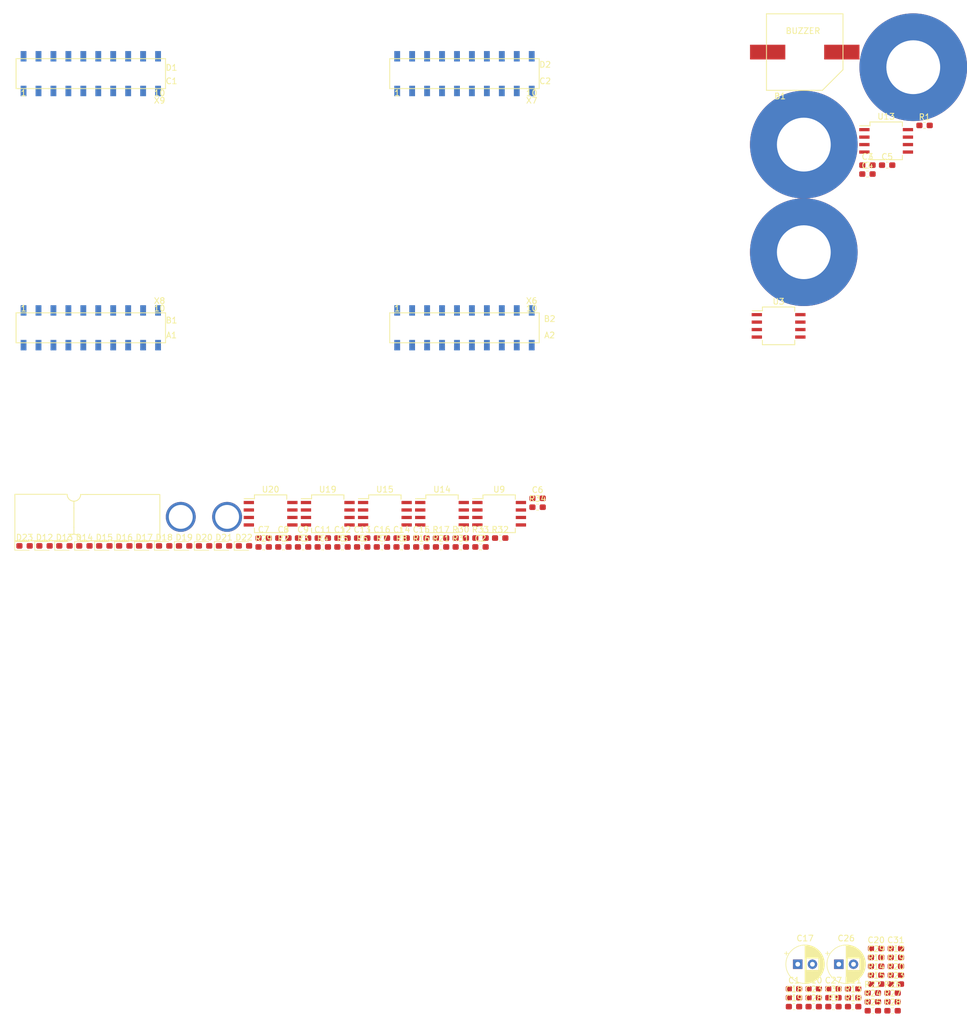
<source format=kicad_pcb>
(kicad_pcb (version 20171130) (host pcbnew "(5.0.0)")
  (layers (0 F.Cu signal) (31 B.Cu signal) (34 B.Paste user) (35 F.Paste user) (36 B.SilkS user) (37 F.SilkS user) (38 B.Mask user) (39 F.Mask user) (44 Edge.Cuts user))
  (net 0 "")
  (net 1 5V)
  (net 2 "Net-(B1-Pad2)")
  (net 3 GND)
  (net 4 V_IN)
  (net 5 CELL_2)
  (net 6 CELL_3)
  (net 7 CELL_4)
  (net 8 CELL_5)
  (net 9 CELL_6)
  (net 10 CELL_7)
  (net 11 CELL_8)
  (net 12 3V3)
  (net 13 CELL_1-GND)
  (net 14 V_CHECK_ARRAY)
  (net 15 CELL_2-1)
  (net 16 CELL_3-2)
  (net 17 CELL_4-3)
  (net 18 CELL_5-4)
  (net 19 CELL_6-5)
  (net 20 CELL_7-6)
  (net 21 CELL_8-7)
  (net 22 "Net-(D21-Pad2)")
  (net 23 V_CHECK_OUT)
  (net 24 "Net-(D11-Pad1)")
  (net 25 CELL_1)
  (net 26 "Net-(R3-Pad2)")
  (net 27 "Net-(R4-Pad2)")
  (net 28 "Net-(R5-Pad2)")
  (net 29 "Net-(R6-Pad2)")
  (net 30 "Net-(R7-Pad2)")
  (net 31 "Net-(R8-Pad2)")
  (net 32 "Net-(R16-Pad2)")
  (net 33 TEMP_1)
  (net 34 "Net-(R29-Pad1)")
  (net 35 "Net-(U3-Pad8)")
  (net 36 "Net-(U9-Pad8)")
  (net 37 "Net-(U13-Pad8)")
  (net 38 "Net-(U14-Pad8)")
  (net 39 "Net-(U15-Pad8)")
  (net 40 "Net-(U19-Pad8)")
  (net 41 "Net-(U20-Pad8)")
  (net 42 "Net-(U21-Pad+3V3)")
  (net 43 "Net-(U21-PadPM6)")
  (net 44 "Net-(U21-PadPQ1)")
  (net 45 "Net-(U21-PadPQ2)")
  (net 46 "Net-(U21-PadPQ3)")
  (net 47 "Net-(U21-PadPP3)")
  (net 48 "Net-(U21-PadPQ0)")
  (net 49 "Net-(U21-PadPA4)")
  (net 50 "Net-(U21-PadRese)")
  (net 51 "Net-(U21-PadPA7)")
  (net 52 "Net-(U21-PadPN5)")
  (net 53 SER_TX_IND)
  (net 54 "Net-(U21-PadPD2)")
  (net 55 "Net-(U21-PadPP0)")
  (net 56 "Net-(U21-PadPP1)")
  (net 57 "Net-(U21-PadPP4)")
  (net 58 "Net-(U21-PadPN4)")
  (net 59 "Net-(U21-PadPG1)")
  (net 60 "Net-(U21-PadPK4)")
  (net 61 "Net-(U21-PadPK5)")
  (net 62 "Net-(U21-PadPM0)")
  (net 63 "Net-(U21-PadPM1)")
  (net 64 "Net-(U21-PadPM2)")
  (net 65 "Net-(U21-PadPH0)")
  (net 66 "Net-(U21-PadPH1)")
  (net 67 "Net-(U21-PadPK6)")
  (net 68 "Net-(U21-PadPK7)")
  (net 69 "Net-(U21-PadPM7)")
  (net 70 "Net-(U21-PadPP5)")
  (net 71 "Net-(U21-PadPE0)")
  (net 72 "Net-(U21-PadPE1)")
  (net 73 "Net-(U21-PadPE2)")
  (net 74 "Net-(U21-PadPE3)")
  (net 75 "Net-(U21-PadPD7)")
  (net 76 "Net-(U21-PadPA6)")
  (net 77 "Net-(U21-PadPM4)")
  (net 78 "Net-(U21-PadPM5)")
  (net 79 "Net-(U21-PadPE4)")
  (net 80 "Net-(U21-PadPC4)")
  (net 81 "Net-(U21-PadPC5)")
  (net 82 "Net-(U21-PadPC6)")
  (net 83 "Net-(U21-PadPE5)")
  (net 84 "Net-(U21-PadPD3)")
  (net 85 "Net-(U21-PadPC7)")
  (net 86 "Net-(U21-PadPB2)")
  (net 87 "Net-(U21-PadPB3)")
  (net 88 "Net-(U21-PadPF2)")
  (net 89 "Net-(U21-PadPF3)")
  (net 90 "Net-(U21-PadPG0)")
  (net 91 LOGIC_SWITCH)
  (net 92 FAN_CTL_4)
  (net 93 "Net-(U21-PadPL0)")
  (net 94 "Net-(U21-PadPL1)")
  (net 95 "Net-(U21-PadPL2)")
  (net 96 "Net-(U21-PadPL3)")
  (net 97 FAN_CTL_1)
  (net 98 FAN_CTL_2)
  (net 99 PACK_GATE)
  (net 100 FAN_CTL_3)
  (net 101 BUZZER)
  (net 102 PACK_I_MEAS)
  (net 103 V_OUT)
  (net 104 LOGIC_PWR)
  (net 105 "Net-(R13-Pad1)")
  (net 106 "Net-(D9-Pad1)")
  (net 107 "Net-(D10-Pad1)")
  (net 108 "Net-(Q9-Pad3)")
  (module MRDT_Devices:BUZZER_SMI_1324_TW_5V_2_R (layer F.Cu) (at 209.852 69.948001)
    (fp_text reference B1 (at 2.3 7.5) (layer F.SilkS))
    (fp_text value BUZZER_SMI_1324_TW_5V_2_R)
    (fp_text user BUZZER (at 6.2 -3.6) (layer F.SilkS))
    (pad 1 smd rect (at 0.2 0) (size 6 2.5) (layers F.Cu F.Paste F.Mask) (net 1 5V))
    (pad 2 smd rect (at 12.8 0) (size 6 2.5) (layers F.Cu F.Paste F.Mask) (net 2 "Net-(B1-Pad2)"))
  )
  (module Capacitor_SMD:C_0603_1608Metric_Pad1.05x0.95mm_HandSolder (layer F.Cu) (at 161.247001 154.018001)
    (fp_text reference C2 (at 0 -1.43) (layer F.SilkS))
    (fp_text value 1u)
    (pad 2 smd roundrect (at 0.875 0) (size 1.05 0.95) (layers F.Cu F.Paste F.Mask) (net 3 GND))
    (pad 1 smd roundrect (at -0.875 0) (size 1.05 0.95) (layers F.Cu F.Paste F.Mask) (net 4 V_IN))
  )
  (module Capacitor_SMD:C_0603_1608Metric_Pad1.05x0.95mm_HandSolder (layer F.Cu) (at 227.007001 89.158001)
    (fp_text reference C3 (at 0 -1.43) (layer F.SilkS))
    (fp_text value 1u)
    (pad 1 smd roundrect (at -0.875 0) (size 1.05 0.95) (layers F.Cu F.Paste F.Mask) (net 4 V_IN))
    (pad 2 smd roundrect (at 0.875 0) (size 1.05 0.95) (layers F.Cu F.Paste F.Mask) (net 3 GND))
  )
  (module Capacitor_SMD:C_0603_1608Metric_Pad1.05x0.95mm_HandSolder (layer F.Cu) (at 227.007001 90.668001)
    (fp_text reference C4 (at 0 -1.43) (layer F.SilkS))
    (fp_text value 1u)
    (pad 2 smd roundrect (at 0.875 0) (size 1.05 0.95) (layers F.Cu F.Paste F.Mask) (net 3 GND))
    (pad 1 smd roundrect (at -0.875 0) (size 1.05 0.95) (layers F.Cu F.Paste F.Mask) (net 4 V_IN))
  )
  (module Capacitor_SMD:C_0603_1608Metric_Pad1.05x0.95mm_HandSolder (layer F.Cu) (at 230.357001 89.158001)
    (fp_text reference C5 (at 0 -1.43) (layer F.SilkS))
    (fp_text value 1u)
    (pad 1 smd roundrect (at -0.875 0) (size 1.05 0.95) (layers F.Cu F.Paste F.Mask) (net 4 V_IN))
    (pad 2 smd roundrect (at 0.875 0) (size 1.05 0.95) (layers F.Cu F.Paste F.Mask) (net 3 GND))
  )
  (module Capacitor_SMD:C_0603_1608Metric_Pad1.05x0.95mm_HandSolder (layer F.Cu) (at 170.947001 145.758001)
    (fp_text reference C6 (at 0 -1.43) (layer F.SilkS))
    (fp_text value 1u)
    (pad 1 smd roundrect (at -0.875 0) (size 1.05 0.95) (layers F.Cu F.Paste F.Mask) (net 4 V_IN))
    (pad 2 smd roundrect (at 0.875 0) (size 1.05 0.95) (layers F.Cu F.Paste F.Mask) (net 3 GND))
  )
  (module Capacitor_SMD:C_0603_1608Metric_Pad1.05x0.95mm_HandSolder (layer F.Cu) (at 124.397001 152.508001)
    (fp_text reference C7 (at 0 -1.43) (layer F.SilkS))
    (fp_text value 1u)
    (pad 2 smd roundrect (at 0.875 0) (size 1.05 0.95) (layers F.Cu F.Paste F.Mask) (net 3 GND))
    (pad 1 smd roundrect (at -0.875 0) (size 1.05 0.95) (layers F.Cu F.Paste F.Mask) (net 4 V_IN))
  )
  (module Capacitor_SMD:C_0603_1608Metric_Pad1.05x0.95mm_HandSolder (layer F.Cu) (at 127.747001 152.508001)
    (fp_text reference C8 (at 0 -1.43) (layer F.SilkS))
    (fp_text value 1u)
    (pad 1 smd roundrect (at -0.875 0) (size 1.05 0.95) (layers F.Cu F.Paste F.Mask) (net 4 V_IN))
    (pad 2 smd roundrect (at 0.875 0) (size 1.05 0.95) (layers F.Cu F.Paste F.Mask) (net 3 GND))
  )
  (module Capacitor_SMD:C_0603_1608Metric_Pad1.05x0.95mm_HandSolder (layer F.Cu) (at 131.097001 152.508001)
    (fp_text reference C9 (at 0 -1.43) (layer F.SilkS))
    (fp_text value 1u)
    (pad 2 smd roundrect (at 0.875 0) (size 1.05 0.95) (layers F.Cu F.Paste F.Mask) (net 3 GND))
    (pad 1 smd roundrect (at -0.875 0) (size 1.05 0.95) (layers F.Cu F.Paste F.Mask) (net 5 CELL_2))
  )
  (module Capacitor_SMD:C_0603_1608Metric_Pad1.05x0.95mm_HandSolder (layer F.Cu) (at 134.447001 152.508001)
    (fp_text reference C11 (at 0 -1.43) (layer F.SilkS))
    (fp_text value 1u)
    (pad 1 smd roundrect (at -0.875 0) (size 1.05 0.95) (layers F.Cu F.Paste F.Mask) (net 6 CELL_3))
    (pad 2 smd roundrect (at 0.875 0) (size 1.05 0.95) (layers F.Cu F.Paste F.Mask) (net 3 GND))
  )
  (module Capacitor_SMD:C_0603_1608Metric_Pad1.05x0.95mm_HandSolder (layer F.Cu) (at 137.797001 152.508001)
    (fp_text reference C12 (at 0 -1.43) (layer F.SilkS))
    (fp_text value 1u)
    (pad 2 smd roundrect (at 0.875 0) (size 1.05 0.95) (layers F.Cu F.Paste F.Mask) (net 3 GND))
    (pad 1 smd roundrect (at -0.875 0) (size 1.05 0.95) (layers F.Cu F.Paste F.Mask) (net 7 CELL_4))
  )
  (module Capacitor_SMD:C_0603_1608Metric_Pad1.05x0.95mm_HandSolder (layer F.Cu) (at 141.147001 152.508001)
    (fp_text reference C13 (at 0 -1.43) (layer F.SilkS))
    (fp_text value 1u)
    (pad 1 smd roundrect (at -0.875 0) (size 1.05 0.95) (layers F.Cu F.Paste F.Mask) (net 8 CELL_5))
    (pad 2 smd roundrect (at 0.875 0) (size 1.05 0.95) (layers F.Cu F.Paste F.Mask) (net 3 GND))
  )
  (module Capacitor_SMD:C_0603_1608Metric_Pad1.05x0.95mm_HandSolder (layer F.Cu) (at 147.847001 152.508001)
    (fp_text reference C14 (at 0 -1.43) (layer F.SilkS))
    (fp_text value 1u)
    (pad 2 smd roundrect (at 0.875 0) (size 1.05 0.95) (layers F.Cu F.Paste F.Mask) (net 3 GND))
    (pad 1 smd roundrect (at -0.875 0) (size 1.05 0.95) (layers F.Cu F.Paste F.Mask) (net 9 CELL_6))
  )
  (module Capacitor_SMD:C_0603_1608Metric_Pad1.05x0.95mm_HandSolder (layer F.Cu) (at 151.197001 152.508001)
    (fp_text reference C15 (at 0 -1.43) (layer F.SilkS))
    (fp_text value 1u)
    (pad 1 smd roundrect (at -0.875 0) (size 1.05 0.95) (layers F.Cu F.Paste F.Mask) (net 10 CELL_7))
    (pad 2 smd roundrect (at 0.875 0) (size 1.05 0.95) (layers F.Cu F.Paste F.Mask) (net 3 GND))
  )
  (module Capacitor_SMD:C_0603_1608Metric_Pad1.05x0.95mm_HandSolder (layer F.Cu) (at 144.497001 152.508001)
    (fp_text reference C16 (at 0 -1.43) (layer F.SilkS))
    (fp_text value 1u)
    (pad 2 smd roundrect (at 0.875 0) (size 1.05 0.95) (layers F.Cu F.Paste F.Mask) (net 3 GND))
    (pad 1 smd roundrect (at -0.875 0) (size 1.05 0.95) (layers F.Cu F.Paste F.Mask) (net 11 CELL_8))
  )
  (module MRDT_Connectors:Anderson_2_Vertical (layer F.Cu) (at 110.311001 148.913401)
    (fp_text reference C32 hide)
    (fp_text value Anderson_2)
    (pad 1 thru_hole circle (at 0 0) (size 5.08 5.08) (drill 4.06) (layers *.Cu *.Mask F.Paste) (net 3 GND))
    (pad 2 thru_hole circle (at 7.874 0) (size 5.08 5.08) (drill 4.06) (layers *.Cu *.Mask F.Paste) (net 4 V_IN))
  )
  (module Diode_SMD:D_0603_1608Metric_Pad1.05x0.95mm_HandSolder (layer F.Cu) (at 87.152001 153.838001)
    (fp_text reference D12 (at 0 -1.43) (layer F.SilkS))
    (fp_text value D_Schottky)
    (pad 1 smd roundrect (at -0.875 0) (size 1.05 0.95) (layers F.Cu F.Paste F.Mask) (net 12 3V3))
    (pad 2 smd roundrect (at 0.875 0) (size 1.05 0.95) (layers F.Cu F.Paste F.Mask) (net 13 CELL_1-GND))
  )
  (module Diode_SMD:D_0603_1608Metric_Pad1.05x0.95mm_HandSolder (layer F.Cu) (at 90.542001 153.838001)
    (fp_text reference D13 (at 0 -1.43) (layer F.SilkS))
    (fp_text value D_Schottky)
    (pad 2 smd roundrect (at 0.875 0) (size 1.05 0.95) (layers F.Cu F.Paste F.Mask) (net 14 V_CHECK_ARRAY))
    (pad 1 smd roundrect (at -0.875 0) (size 1.05 0.95) (layers F.Cu F.Paste F.Mask) (net 12 3V3))
  )
  (module Diode_SMD:D_0603_1608Metric_Pad1.05x0.95mm_HandSolder (layer F.Cu) (at 93.932001 153.838001)
    (fp_text reference D14 (at 0 -1.43) (layer F.SilkS))
    (fp_text value D_Schottky)
    (pad 2 smd roundrect (at 0.875 0) (size 1.05 0.95) (layers F.Cu F.Paste F.Mask) (net 15 CELL_2-1))
    (pad 1 smd roundrect (at -0.875 0) (size 1.05 0.95) (layers F.Cu F.Paste F.Mask) (net 12 3V3))
  )
  (module Diode_SMD:D_0603_1608Metric_Pad1.05x0.95mm_HandSolder (layer F.Cu) (at 97.322001 153.838001)
    (fp_text reference D15 (at 0 -1.43) (layer F.SilkS))
    (fp_text value D_Schottky)
    (pad 1 smd roundrect (at -0.875 0) (size 1.05 0.95) (layers F.Cu F.Paste F.Mask) (net 12 3V3))
    (pad 2 smd roundrect (at 0.875 0) (size 1.05 0.95) (layers F.Cu F.Paste F.Mask) (net 16 CELL_3-2))
  )
  (module Diode_SMD:D_0603_1608Metric_Pad1.05x0.95mm_HandSolder (layer F.Cu) (at 100.712001 153.838001)
    (fp_text reference D16 (at 0 -1.43) (layer F.SilkS))
    (fp_text value D_Schottky)
    (pad 2 smd roundrect (at 0.875 0) (size 1.05 0.95) (layers F.Cu F.Paste F.Mask) (net 17 CELL_4-3))
    (pad 1 smd roundrect (at -0.875 0) (size 1.05 0.95) (layers F.Cu F.Paste F.Mask) (net 12 3V3))
  )
  (module Diode_SMD:D_0603_1608Metric_Pad1.05x0.95mm_HandSolder (layer F.Cu) (at 104.102001 153.838001)
    (fp_text reference D17 (at 0 -1.43) (layer F.SilkS))
    (fp_text value D_Schottky)
    (pad 1 smd roundrect (at -0.875 0) (size 1.05 0.95) (layers F.Cu F.Paste F.Mask) (net 12 3V3))
    (pad 2 smd roundrect (at 0.875 0) (size 1.05 0.95) (layers F.Cu F.Paste F.Mask) (net 18 CELL_5-4))
  )
  (module Diode_SMD:D_0603_1608Metric_Pad1.05x0.95mm_HandSolder (layer F.Cu) (at 107.492001 153.838001)
    (fp_text reference D18 (at 0 -1.43) (layer F.SilkS))
    (fp_text value D_Schottky)
    (pad 2 smd roundrect (at 0.875 0) (size 1.05 0.95) (layers F.Cu F.Paste F.Mask) (net 19 CELL_6-5))
    (pad 1 smd roundrect (at -0.875 0) (size 1.05 0.95) (layers F.Cu F.Paste F.Mask) (net 12 3V3))
  )
  (module Diode_SMD:D_0603_1608Metric_Pad1.05x0.95mm_HandSolder (layer F.Cu) (at 110.882001 153.838001)
    (fp_text reference D19 (at 0 -1.43) (layer F.SilkS))
    (fp_text value D_Schottky)
    (pad 1 smd roundrect (at -0.875 0) (size 1.05 0.95) (layers F.Cu F.Paste F.Mask) (net 12 3V3))
    (pad 2 smd roundrect (at 0.875 0) (size 1.05 0.95) (layers F.Cu F.Paste F.Mask) (net 20 CELL_7-6))
  )
  (module Diode_SMD:D_0603_1608Metric_Pad1.05x0.95mm_HandSolder (layer F.Cu) (at 114.272001 153.838001)
    (fp_text reference D20 (at 0 -1.43) (layer F.SilkS))
    (fp_text value D_Schottky)
    (pad 2 smd roundrect (at 0.875 0) (size 1.05 0.95) (layers F.Cu F.Paste F.Mask) (net 21 CELL_8-7))
    (pad 1 smd roundrect (at -0.875 0) (size 1.05 0.95) (layers F.Cu F.Paste F.Mask) (net 12 3V3))
  )
  (module Diode_SMD:D_0603_1608Metric_Pad1.05x0.95mm_HandSolder (layer F.Cu) (at 117.662001 153.838001)
    (fp_text reference D21 (at 0 -1.43) (layer F.SilkS))
    (fp_text value D_Schottky)
    (pad 2 smd roundrect (at 0.875 0) (size 1.05 0.95) (layers F.Cu F.Paste F.Mask) (net 22 "Net-(D21-Pad2)"))
    (pad 1 smd roundrect (at -0.875 0) (size 1.05 0.95) (layers F.Cu F.Paste F.Mask) (net 12 3V3))
  )
  (module Diode_SMD:D_0603_1608Metric_Pad1.05x0.95mm_HandSolder (layer F.Cu) (at 121.052001 153.838001)
    (fp_text reference D22 (at 0 -1.43) (layer F.SilkS))
    (fp_text value D_Schottky)
    (pad 1 smd roundrect (at -0.875 0) (size 1.05 0.95) (layers F.Cu F.Paste F.Mask) (net 12 3V3))
    (pad 2 smd roundrect (at 0.875 0) (size 1.05 0.95) (layers F.Cu F.Paste F.Mask) (net 23 V_CHECK_OUT))
  )
  (module Diode_SMD:D_0603_1608Metric_Pad1.05x0.95mm_HandSolder (layer F.Cu) (at 83.762001 153.838001)
    (fp_text reference D23 (at 0 -1.43) (layer F.SilkS))
    (fp_text value D_Schottky)
    (pad 1 smd roundrect (at -0.875 0) (size 1.05 0.95) (layers F.Cu F.Paste F.Mask) (net 12 3V3))
    (pad 2 smd roundrect (at 0.875 0) (size 1.05 0.95) (layers F.Cu F.Paste F.Mask) (net 24 "Net-(D11-Pad1)"))
  )
  (module Resistor_SMD:R_0603_1608Metric_Pad1.05x0.95mm_HandSolder (layer F.Cu) (at 236.717001 82.408001)
    (fp_text reference R1 (at 0 -1.43) (layer F.SilkS))
    (fp_text value 10k)
    (pad 1 smd roundrect (at -0.875 0) (size 1.05 0.95) (layers F.Cu F.Paste F.Mask) (net 13 CELL_1-GND))
    (pad 2 smd roundrect (at 0.875 0) (size 1.05 0.95) (layers F.Cu F.Paste F.Mask) (net 25 CELL_1))
  )
  (module Resistor_SMD:R_0603_1608Metric_Pad1.05x0.95mm_HandSolder (layer F.Cu) (at 127.747001 154.018001)
    (fp_text reference R2 (at 0 -1.43) (layer F.SilkS))
    (fp_text value 36.5k)
    (pad 2 smd roundrect (at 0.875 0) (size 1.05 0.95) (layers F.Cu F.Paste F.Mask) (net 3 GND))
    (pad 1 smd roundrect (at -0.875 0) (size 1.05 0.95) (layers F.Cu F.Paste F.Mask) (net 13 CELL_1-GND))
  )
  (module Resistor_SMD:R_0603_1608Metric_Pad1.05x0.95mm_HandSolder (layer F.Cu) (at 131.097001 154.018001)
    (fp_text reference R3 (at 0 -1.43) (layer F.SilkS))
    (fp_text value 10k)
    (pad 1 smd roundrect (at -0.875 0) (size 1.05 0.95) (layers F.Cu F.Paste F.Mask) (net 15 CELL_2-1))
    (pad 2 smd roundrect (at 0.875 0) (size 1.05 0.95) (layers F.Cu F.Paste F.Mask) (net 26 "Net-(R3-Pad2)"))
  )
  (module Resistor_SMD:R_0603_1608Metric_Pad1.05x0.95mm_HandSolder (layer F.Cu) (at 134.447001 154.018001)
    (fp_text reference R4 (at 0 -1.43) (layer F.SilkS))
    (fp_text value 10k)
    (pad 1 smd roundrect (at -0.875 0) (size 1.05 0.95) (layers F.Cu F.Paste F.Mask) (net 16 CELL_3-2))
    (pad 2 smd roundrect (at 0.875 0) (size 1.05 0.95) (layers F.Cu F.Paste F.Mask) (net 27 "Net-(R4-Pad2)"))
  )
  (module Resistor_SMD:R_0603_1608Metric_Pad1.05x0.95mm_HandSolder (layer F.Cu) (at 137.797001 154.018001)
    (fp_text reference R5 (at 0 -1.43) (layer F.SilkS))
    (fp_text value 10k)
    (pad 1 smd roundrect (at -0.875 0) (size 1.05 0.95) (layers F.Cu F.Paste F.Mask) (net 17 CELL_4-3))
    (pad 2 smd roundrect (at 0.875 0) (size 1.05 0.95) (layers F.Cu F.Paste F.Mask) (net 28 "Net-(R5-Pad2)"))
  )
  (module Resistor_SMD:R_0603_1608Metric_Pad1.05x0.95mm_HandSolder (layer F.Cu) (at 141.147001 154.018001)
    (fp_text reference R6 (at 0 -1.43) (layer F.SilkS))
    (fp_text value 10k)
    (pad 1 smd roundrect (at -0.875 0) (size 1.05 0.95) (layers F.Cu F.Paste F.Mask) (net 18 CELL_5-4))
    (pad 2 smd roundrect (at 0.875 0) (size 1.05 0.95) (layers F.Cu F.Paste F.Mask) (net 29 "Net-(R6-Pad2)"))
  )
  (module Resistor_SMD:R_0603_1608Metric_Pad1.05x0.95mm_HandSolder (layer F.Cu) (at 144.497001 154.018001)
    (fp_text reference R7 (at 0 -1.43) (layer F.SilkS))
    (fp_text value 10k)
    (pad 2 smd roundrect (at 0.875 0) (size 1.05 0.95) (layers F.Cu F.Paste F.Mask) (net 30 "Net-(R7-Pad2)"))
    (pad 1 smd roundrect (at -0.875 0) (size 1.05 0.95) (layers F.Cu F.Paste F.Mask) (net 19 CELL_6-5))
  )
  (module Resistor_SMD:R_0603_1608Metric_Pad1.05x0.95mm_HandSolder (layer F.Cu) (at 147.847001 154.018001)
    (fp_text reference R8 (at 0 -1.43) (layer F.SilkS))
    (fp_text value 10k)
    (pad 1 smd roundrect (at -0.875 0) (size 1.05 0.95) (layers F.Cu F.Paste F.Mask) (net 20 CELL_7-6))
    (pad 2 smd roundrect (at 0.875 0) (size 1.05 0.95) (layers F.Cu F.Paste F.Mask) (net 31 "Net-(R8-Pad2)"))
  )
  (module Resistor_SMD:R_0603_1608Metric_Pad1.05x0.95mm_HandSolder (layer F.Cu) (at 151.197001 154.018001)
    (fp_text reference R16 (at 0 -1.43) (layer F.SilkS))
    (fp_text value 10k)
    (pad 1 smd roundrect (at -0.875 0) (size 1.05 0.95) (layers F.Cu F.Paste F.Mask) (net 21 CELL_8-7))
    (pad 2 smd roundrect (at 0.875 0) (size 1.05 0.95) (layers F.Cu F.Paste F.Mask) (net 32 "Net-(R16-Pad2)"))
  )
  (module Resistor_SMD:R_0603_1608Metric_Pad1.05x0.95mm_HandSolder (layer F.Cu) (at 154.547001 152.508001)
    (fp_text reference R17 (at 0 -1.43) (layer F.SilkS))
    (fp_text value 36.5k)
    (pad 2 smd roundrect (at 0.875 0) (size 1.05 0.95) (layers F.Cu F.Paste F.Mask) (net 3 GND))
    (pad 1 smd roundrect (at -0.875 0) (size 1.05 0.95) (layers F.Cu F.Paste F.Mask) (net 15 CELL_2-1))
  )
  (module Resistor_SMD:R_0603_1608Metric_Pad1.05x0.95mm_HandSolder (layer F.Cu) (at 154.547001 154.018001)
    (fp_text reference R21 (at 0 -1.43) (layer F.SilkS))
    (fp_text value 36.5k)
    (pad 2 smd roundrect (at 0.875 0) (size 1.05 0.95) (layers F.Cu F.Paste F.Mask) (net 3 GND))
    (pad 1 smd roundrect (at -0.875 0) (size 1.05 0.95) (layers F.Cu F.Paste F.Mask) (net 16 CELL_3-2))
  )
  (module Resistor_SMD:R_0603_1608Metric_Pad1.05x0.95mm_HandSolder (layer F.Cu) (at 124.397001 154.018001)
    (fp_text reference R29 (at 0 -1.43) (layer F.SilkS))
    (fp_text value 4.7k)
    (pad 2 smd roundrect (at 0.875 0) (size 1.05 0.95) (layers F.Cu F.Paste F.Mask) (net 33 TEMP_1))
    (pad 1 smd roundrect (at -0.875 0) (size 1.05 0.95) (layers F.Cu F.Paste F.Mask) (net 34 "Net-(R29-Pad1)"))
  )
  (module Resistor_SMD:R_0603_1608Metric_Pad1.05x0.95mm_HandSolder (layer F.Cu) (at 157.897001 152.508001)
    (fp_text reference R30 (at 0 -1.43) (layer F.SilkS))
    (fp_text value 36.5k)
    (pad 2 smd roundrect (at 0.875 0) (size 1.05 0.95) (layers F.Cu F.Paste F.Mask) (net 3 GND))
    (pad 1 smd roundrect (at -0.875 0) (size 1.05 0.95) (layers F.Cu F.Paste F.Mask) (net 17 CELL_4-3))
  )
  (module Resistor_SMD:R_0603_1608Metric_Pad1.05x0.95mm_HandSolder (layer F.Cu) (at 157.897001 154.018001)
    (fp_text reference R31 (at 0 -1.43) (layer F.SilkS))
    (fp_text value 36.5k)
    (pad 2 smd roundrect (at 0.875 0) (size 1.05 0.95) (layers F.Cu F.Paste F.Mask) (net 3 GND))
    (pad 1 smd roundrect (at -0.875 0) (size 1.05 0.95) (layers F.Cu F.Paste F.Mask) (net 18 CELL_5-4))
  )
  (module Resistor_SMD:R_0603_1608Metric_Pad1.05x0.95mm_HandSolder (layer F.Cu) (at 164.597001 152.508001)
    (fp_text reference R32 (at 0 -1.43) (layer F.SilkS))
    (fp_text value 36.5k)
    (pad 2 smd roundrect (at 0.875 0) (size 1.05 0.95) (layers F.Cu F.Paste F.Mask) (net 3 GND))
    (pad 1 smd roundrect (at -0.875 0) (size 1.05 0.95) (layers F.Cu F.Paste F.Mask) (net 19 CELL_6-5))
  )
  (module Resistor_SMD:R_0603_1608Metric_Pad1.05x0.95mm_HandSolder (layer F.Cu) (at 161.247001 152.508001)
    (fp_text reference R33 (at 0 -1.43) (layer F.SilkS))
    (fp_text value 36.5k)
    (pad 1 smd roundrect (at -0.875 0) (size 1.05 0.95) (layers F.Cu F.Paste F.Mask) (net 20 CELL_7-6))
    (pad 2 smd roundrect (at 0.875 0) (size 1.05 0.95) (layers F.Cu F.Paste F.Mask) (net 3 GND))
  )
  (module Resistor_SMD:R_0603_1608Metric_Pad1.05x0.95mm_HandSolder (layer F.Cu) (at 170.947001 147.268001)
    (fp_text reference R34 (at 0 -1.43) (layer F.SilkS))
    (fp_text value 36.5k)
    (pad 1 smd roundrect (at -0.875 0) (size 1.05 0.95) (layers F.Cu F.Paste F.Mask) (net 21 CELL_8-7))
    (pad 2 smd roundrect (at 0.875 0) (size 1.05 0.95) (layers F.Cu F.Paste F.Mask) (net 3 GND))
  )
  (module Package_SO:SO-8_5.3x6.2mm_P1.27mm (layer F.Cu) (at 211.907001 116.458001)
    (fp_text reference U3 (at 0 -4.13) (layer F.SilkS))
    (fp_text value INA132)
    (pad 1 smd rect (at -3.7 -1.905) (size 1.75 0.55) (layers F.Cu F.Paste F.Mask) (net 3 GND))
    (pad 2 smd rect (at -3.7 -0.635) (size 1.75 0.55) (layers F.Cu F.Paste F.Mask) (net 25 CELL_1))
    (pad 3 smd rect (at -3.7 0.635) (size 1.75 0.55) (layers F.Cu F.Paste F.Mask) (net 5 CELL_2))
    (pad 4 smd rect (at -3.7 1.905) (size 1.75 0.55) (layers F.Cu F.Paste F.Mask) (net 3 GND))
    (pad 5 smd rect (at 3.7 1.905) (size 1.75 0.55) (layers F.Cu F.Paste F.Mask) (net 26 "Net-(R3-Pad2)"))
    (pad 6 smd rect (at 3.7 0.635) (size 1.75 0.55) (layers F.Cu F.Paste F.Mask) (net 26 "Net-(R3-Pad2)"))
    (pad 7 smd rect (at 3.7 -0.635) (size 1.75 0.55) (layers F.Cu F.Paste F.Mask) (net 4 V_IN))
    (pad 8 smd rect (at 3.7 -1.905) (size 1.75 0.55) (layers F.Cu F.Paste F.Mask) (net 35 "Net-(U3-Pad8)"))
  )
  (module Package_SO:SO-8_5.3x6.2mm_P1.27mm (layer F.Cu) (at 164.417001 148.378001)
    (fp_text reference U9 (at 0 -4.13) (layer F.SilkS))
    (fp_text value INA132)
    (pad 8 smd rect (at 3.7 -1.905) (size 1.75 0.55) (layers F.Cu F.Paste F.Mask) (net 36 "Net-(U9-Pad8)"))
    (pad 7 smd rect (at 3.7 -0.635) (size 1.75 0.55) (layers F.Cu F.Paste F.Mask) (net 4 V_IN))
    (pad 6 smd rect (at 3.7 0.635) (size 1.75 0.55) (layers F.Cu F.Paste F.Mask) (net 27 "Net-(R4-Pad2)"))
    (pad 5 smd rect (at 3.7 1.905) (size 1.75 0.55) (layers F.Cu F.Paste F.Mask) (net 27 "Net-(R4-Pad2)"))
    (pad 4 smd rect (at -3.7 1.905) (size 1.75 0.55) (layers F.Cu F.Paste F.Mask) (net 3 GND))
    (pad 3 smd rect (at -3.7 0.635) (size 1.75 0.55) (layers F.Cu F.Paste F.Mask) (net 6 CELL_3))
    (pad 2 smd rect (at -3.7 -0.635) (size 1.75 0.55) (layers F.Cu F.Paste F.Mask) (net 5 CELL_2))
    (pad 1 smd rect (at -3.7 -1.905) (size 1.75 0.55) (layers F.Cu F.Paste F.Mask) (net 3 GND))
  )
  (module Package_SO:SO-8_5.3x6.2mm_P1.27mm (layer F.Cu) (at 230.187001 85.028001)
    (fp_text reference U13 (at 0 -4.13) (layer F.SilkS))
    (fp_text value INA132)
    (pad 8 smd rect (at 3.7 -1.905) (size 1.75 0.55) (layers F.Cu F.Paste F.Mask) (net 37 "Net-(U13-Pad8)"))
    (pad 7 smd rect (at 3.7 -0.635) (size 1.75 0.55) (layers F.Cu F.Paste F.Mask) (net 4 V_IN))
    (pad 6 smd rect (at 3.7 0.635) (size 1.75 0.55) (layers F.Cu F.Paste F.Mask) (net 28 "Net-(R5-Pad2)"))
    (pad 5 smd rect (at 3.7 1.905) (size 1.75 0.55) (layers F.Cu F.Paste F.Mask) (net 28 "Net-(R5-Pad2)"))
    (pad 4 smd rect (at -3.7 1.905) (size 1.75 0.55) (layers F.Cu F.Paste F.Mask) (net 3 GND))
    (pad 3 smd rect (at -3.7 0.635) (size 1.75 0.55) (layers F.Cu F.Paste F.Mask) (net 7 CELL_4))
    (pad 2 smd rect (at -3.7 -0.635) (size 1.75 0.55) (layers F.Cu F.Paste F.Mask) (net 6 CELL_3))
    (pad 1 smd rect (at -3.7 -1.905) (size 1.75 0.55) (layers F.Cu F.Paste F.Mask) (net 3 GND))
  )
  (module Package_SO:SO-8_5.3x6.2mm_P1.27mm (layer F.Cu) (at 154.707001 148.378001)
    (fp_text reference U14 (at 0 -4.13) (layer F.SilkS))
    (fp_text value INA132)
    (pad 1 smd rect (at -3.7 -1.905) (size 1.75 0.55) (layers F.Cu F.Paste F.Mask) (net 3 GND))
    (pad 2 smd rect (at -3.7 -0.635) (size 1.75 0.55) (layers F.Cu F.Paste F.Mask) (net 7 CELL_4))
    (pad 3 smd rect (at -3.7 0.635) (size 1.75 0.55) (layers F.Cu F.Paste F.Mask) (net 8 CELL_5))
    (pad 4 smd rect (at -3.7 1.905) (size 1.75 0.55) (layers F.Cu F.Paste F.Mask) (net 3 GND))
    (pad 5 smd rect (at 3.7 1.905) (size 1.75 0.55) (layers F.Cu F.Paste F.Mask) (net 29 "Net-(R6-Pad2)"))
    (pad 6 smd rect (at 3.7 0.635) (size 1.75 0.55) (layers F.Cu F.Paste F.Mask) (net 29 "Net-(R6-Pad2)"))
    (pad 7 smd rect (at 3.7 -0.635) (size 1.75 0.55) (layers F.Cu F.Paste F.Mask) (net 4 V_IN))
    (pad 8 smd rect (at 3.7 -1.905) (size 1.75 0.55) (layers F.Cu F.Paste F.Mask) (net 38 "Net-(U14-Pad8)"))
  )
  (module Package_SO:SO-8_5.3x6.2mm_P1.27mm (layer F.Cu) (at 144.997001 148.378001)
    (fp_text reference U15 (at 0 -4.13) (layer F.SilkS))
    (fp_text value INA132)
    (pad 1 smd rect (at -3.7 -1.905) (size 1.75 0.55) (layers F.Cu F.Paste F.Mask) (net 3 GND))
    (pad 2 smd rect (at -3.7 -0.635) (size 1.75 0.55) (layers F.Cu F.Paste F.Mask) (net 8 CELL_5))
    (pad 3 smd rect (at -3.7 0.635) (size 1.75 0.55) (layers F.Cu F.Paste F.Mask) (net 9 CELL_6))
    (pad 4 smd rect (at -3.7 1.905) (size 1.75 0.55) (layers F.Cu F.Paste F.Mask) (net 3 GND))
    (pad 5 smd rect (at 3.7 1.905) (size 1.75 0.55) (layers F.Cu F.Paste F.Mask) (net 30 "Net-(R7-Pad2)"))
    (pad 6 smd rect (at 3.7 0.635) (size 1.75 0.55) (layers F.Cu F.Paste F.Mask) (net 30 "Net-(R7-Pad2)"))
    (pad 7 smd rect (at 3.7 -0.635) (size 1.75 0.55) (layers F.Cu F.Paste F.Mask) (net 4 V_IN))
    (pad 8 smd rect (at 3.7 -1.905) (size 1.75 0.55) (layers F.Cu F.Paste F.Mask) (net 39 "Net-(U15-Pad8)"))
  )
  (module Package_SO:SO-8_5.3x6.2mm_P1.27mm (layer F.Cu) (at 135.287001 148.378001)
    (fp_text reference U19 (at 0 -4.13) (layer F.SilkS))
    (fp_text value INA132)
    (pad 8 smd rect (at 3.7 -1.905) (size 1.75 0.55) (layers F.Cu F.Paste F.Mask) (net 40 "Net-(U19-Pad8)"))
    (pad 7 smd rect (at 3.7 -0.635) (size 1.75 0.55) (layers F.Cu F.Paste F.Mask) (net 4 V_IN))
    (pad 6 smd rect (at 3.7 0.635) (size 1.75 0.55) (layers F.Cu F.Paste F.Mask) (net 31 "Net-(R8-Pad2)"))
    (pad 5 smd rect (at 3.7 1.905) (size 1.75 0.55) (layers F.Cu F.Paste F.Mask) (net 31 "Net-(R8-Pad2)"))
    (pad 4 smd rect (at -3.7 1.905) (size 1.75 0.55) (layers F.Cu F.Paste F.Mask) (net 3 GND))
    (pad 3 smd rect (at -3.7 0.635) (size 1.75 0.55) (layers F.Cu F.Paste F.Mask) (net 10 CELL_7))
    (pad 2 smd rect (at -3.7 -0.635) (size 1.75 0.55) (layers F.Cu F.Paste F.Mask) (net 9 CELL_6))
    (pad 1 smd rect (at -3.7 -1.905) (size 1.75 0.55) (layers F.Cu F.Paste F.Mask) (net 3 GND))
  )
  (module Package_SO:SO-8_5.3x6.2mm_P1.27mm (layer F.Cu) (at 125.577001 148.378001)
    (fp_text reference U20 (at 0 -4.13) (layer F.SilkS))
    (fp_text value INA132)
    (pad 1 smd rect (at -3.7 -1.905) (size 1.75 0.55) (layers F.Cu F.Paste F.Mask) (net 3 GND))
    (pad 2 smd rect (at -3.7 -0.635) (size 1.75 0.55) (layers F.Cu F.Paste F.Mask) (net 10 CELL_7))
    (pad 3 smd rect (at -3.7 0.635) (size 1.75 0.55) (layers F.Cu F.Paste F.Mask) (net 11 CELL_8))
    (pad 4 smd rect (at -3.7 1.905) (size 1.75 0.55) (layers F.Cu F.Paste F.Mask) (net 3 GND))
    (pad 5 smd rect (at 3.7 1.905) (size 1.75 0.55) (layers F.Cu F.Paste F.Mask) (net 32 "Net-(R16-Pad2)"))
    (pad 6 smd rect (at 3.7 0.635) (size 1.75 0.55) (layers F.Cu F.Paste F.Mask) (net 32 "Net-(R16-Pad2)"))
    (pad 7 smd rect (at 3.7 -0.635) (size 1.75 0.55) (layers F.Cu F.Paste F.Mask) (net 4 V_IN))
    (pad 8 smd rect (at 3.7 -1.905) (size 1.75 0.55) (layers F.Cu F.Paste F.Mask) (net 41 "Net-(U20-Pad8)"))
  )
  (module MRDT_Shields:TM4C129E_Launchpad_FULL_Bottom_SMD (layer F.Cu) (at 82.321001 119.328001)
    (fp_text reference U21 hide)
    (fp_text value TM4C129E_Launchpad hide)
    (fp_text user 1 (at 1.27 -42.418 180) (layer F.SilkS))
    (fp_text user 10 (at 24.384 -42.418 180) (layer F.SilkS))
    (fp_text user 1 (at 1.27 -5.842 180) (layer F.SilkS))
    (fp_text user 10 (at 24.384 -5.842 180) (layer F.SilkS))
    (fp_text user 1 (at 64.77 -42.418 180) (layer F.SilkS))
    (fp_text user 10 (at 87.63 -42.418 180) (layer F.SilkS))
    (fp_text user 10 (at 87.63 -5.842 180) (layer F.SilkS))
    (fp_text user 1 (at 64.77 -5.842 180) (layer F.SilkS))
    (fp_text user X9 (at 24.384 -41.148 180) (layer F.SilkS))
    (fp_text user X8 (at 24.384 -7.112 180) (layer F.SilkS))
    (fp_text user X7 (at 87.63 -41.148 180) (layer F.SilkS))
    (fp_text user X6 (at 87.63 -7.112) (layer F.SilkS))
    (fp_text user C1 (at 26.416 -44.45 180) (layer F.SilkS))
    (fp_text user D1 (at 26.416 -46.736 180) (layer F.SilkS))
    (fp_text user C2 (at 89.916 -44.45 180) (layer F.SilkS))
    (fp_text user D2 (at 89.916 -47.244) (layer F.SilkS))
    (fp_text user B1 (at 26.416 -3.81 180) (layer F.SilkS))
    (fp_text user A1 (at 26.416 -1.27 180) (layer F.SilkS))
    (fp_text user B2 (at 90.678 -4.064 180) (layer F.SilkS))
    (fp_text user A2 (at 90.678 -1.27 180) (layer F.SilkS))
    (pad +3V3 smd rect (at 64.77 0.4064 180) (size 0.9906 1.778) (layers B.Cu B.Paste B.Mask) (net 42 "Net-(U21-Pad+3V3)"))
    (pad PM6 smd rect (at 87.63 -48.6664 180) (size 0.9906 1.778) (layers B.Cu B.Paste B.Mask) (net 43 "Net-(U21-PadPM6)"))
    (pad PQ1 smd rect (at 85.09 -48.6664 180) (size 0.9906 1.778) (layers B.Cu B.Paste B.Mask) (net 44 "Net-(U21-PadPQ1)"))
    (pad PQ2 smd rect (at 77.47 -48.6664 180) (size 0.9906 1.778) (layers B.Cu B.Paste B.Mask) (net 45 "Net-(U21-PadPQ2)"))
    (pad PK0 smd rect (at 74.93 -5.4864 180) (size 0.9906 1.778) (layers B.Cu B.Paste B.Mask) (net 17 CELL_4-3))
    (pad PQ3 smd rect (at 80.01 -48.6664 180) (size 0.9906 1.778) (layers B.Cu B.Paste B.Mask) (net 46 "Net-(U21-PadPQ3)"))
    (pad PP3 smd rect (at 82.55 -48.6664 180) (size 0.9906 1.778) (layers B.Cu B.Paste B.Mask) (net 47 "Net-(U21-PadPP3)"))
    (pad PQ0 smd rect (at 80.01 0.4064 180) (size 0.9906 1.778) (layers B.Cu B.Paste B.Mask) (net 48 "Net-(U21-PadPQ0)"))
    (pad PA4 smd rect (at 85.09 -5.4864 180) (size 0.9906 1.778) (layers B.Cu B.Paste B.Mask) (net 49 "Net-(U21-PadPA4)"))
    (pad Rese smd rect (at 74.93 -48.6664 180) (size 0.9906 1.778) (layers B.Cu B.Paste B.Mask) (net 50 "Net-(U21-PadRese)"))
    (pad PA7 smd rect (at 72.39 -48.6664 180) (size 0.9906 1.778) (layers B.Cu B.Paste B.Mask) (net 51 "Net-(U21-PadPA7)"))
    (pad PN5 smd rect (at 85.09 0.4064 180) (size 0.9906 1.778) (layers B.Cu B.Paste B.Mask) (net 52 "Net-(U21-PadPN5)"))
    (pad PK2 smd rect (at 80.01 -5.4864 180) (size 0.9906 1.778) (layers B.Cu B.Paste B.Mask) (net 15 CELL_2-1))
    (pad PK1 smd rect (at 77.47 -5.4864 180) (size 0.9906 1.778) (layers B.Cu B.Paste B.Mask) (net 16 CELL_3-2))
    (pad +5V smd rect (at 64.77 -5.4864 180) (size 0.9906 1.778) (layers B.Cu B.Paste B.Mask) (net 1 5V))
    (pad GND smd rect (at 67.31 -5.4864 180) (size 0.9906 1.778) (layers B.Cu B.Paste B.Mask) (net 3 GND))
    (pad PB4 smd rect (at 69.85 -5.4864 180) (size 0.9906 1.778) (layers B.Cu B.Paste B.Mask) (net 19 CELL_6-5))
    (pad PB5 smd rect (at 72.39 -5.4864 180) (size 0.9906 1.778) (layers B.Cu B.Paste B.Mask) (net 18 CELL_5-4))
    (pad PK3 smd rect (at 82.55 -5.4864 180) (size 0.9906 1.778) (layers B.Cu B.Paste B.Mask) (net 13 CELL_1-GND))
    (pad PA5 smd rect (at 87.63 -5.4864 180) (size 0.9906 1.778) (layers B.Cu B.Paste B.Mask) (net 53 SER_TX_IND))
    (pad PD2 smd rect (at 67.31 0.4064 180) (size 0.9906 1.778) (layers B.Cu B.Paste B.Mask) (net 54 "Net-(U21-PadPD2)"))
    (pad PP0 smd rect (at 69.85 0.4064 180) (size 0.9906 1.778) (layers B.Cu B.Paste B.Mask) (net 55 "Net-(U21-PadPP0)"))
    (pad PP1 smd rect (at 72.39 0.4064 180) (size 0.9906 1.778) (layers B.Cu B.Paste B.Mask) (net 56 "Net-(U21-PadPP1)"))
    (pad PD4 smd rect (at 74.93 0.4064 180) (size 0.9906 1.778) (layers B.Cu B.Paste B.Mask) (net 21 CELL_8-7))
    (pad PD5 smd rect (at 77.47 0.4064 180) (size 0.9906 1.778) (layers B.Cu B.Paste B.Mask) (net 20 CELL_7-6))
    (pad PP4 smd rect (at 82.55 0.4064 180) (size 0.9906 1.778) (layers B.Cu B.Paste B.Mask) (net 57 "Net-(U21-PadPP4)"))
    (pad PN4 smd rect (at 87.63 0.4064 180) (size 0.9906 1.778) (layers B.Cu B.Paste B.Mask) (net 58 "Net-(U21-PadPN4)"))
    (pad PG1 smd rect (at 64.77 -42.7736 180) (size 0.9906 1.778) (layers B.Cu B.Paste B.Mask) (net 59 "Net-(U21-PadPG1)"))
    (pad PK4 smd rect (at 67.31 -42.7736 180) (size 0.9906 1.778) (layers B.Cu B.Paste B.Mask) (net 60 "Net-(U21-PadPK4)"))
    (pad PK5 smd rect (at 69.85 -42.7736 180) (size 0.9906 1.778) (layers B.Cu B.Paste B.Mask) (net 61 "Net-(U21-PadPK5)"))
    (pad PM0 smd rect (at 72.39 -42.7736 180) (size 0.9906 1.778) (layers B.Cu B.Paste B.Mask) (net 62 "Net-(U21-PadPM0)"))
    (pad PM1 smd rect (at 74.93 -42.7736 180) (size 0.9906 1.778) (layers B.Cu B.Paste B.Mask) (net 63 "Net-(U21-PadPM1)"))
    (pad PM2 smd rect (at 77.47 -42.7736 180) (size 0.9906 1.778) (layers B.Cu B.Paste B.Mask) (net 64 "Net-(U21-PadPM2)"))
    (pad PH0 smd rect (at 80.01 -42.7736 180) (size 0.9906 1.778) (layers B.Cu B.Paste B.Mask) (net 65 "Net-(U21-PadPH0)"))
    (pad PH1 smd rect (at 82.55 -42.7736 180) (size 0.9906 1.778) (layers B.Cu B.Paste B.Mask) (net 66 "Net-(U21-PadPH1)"))
    (pad PK6 smd rect (at 85.09 -42.7736 180) (size 0.9906 1.778) (layers B.Cu B.Paste B.Mask) (net 67 "Net-(U21-PadPK6)"))
    (pad PK7 smd rect (at 87.63 -42.7736 180) (size 0.9906 1.778) (layers B.Cu B.Paste B.Mask) (net 68 "Net-(U21-PadPK7)"))
    (pad GND smd rect (at 64.77 -48.6664 180) (size 0.9906 1.778) (layers B.Cu B.Paste B.Mask) (net 3 GND))
    (pad PM7 smd rect (at 67.31 -48.6664 180) (size 0.9906 1.778) (layers B.Cu B.Paste B.Mask) (net 69 "Net-(U21-PadPM7)"))
    (pad PP5 smd rect (at 69.85 -48.6664 180) (size 0.9906 1.778) (layers B.Cu B.Paste B.Mask) (net 70 "Net-(U21-PadPP5)"))
    (pad +5V smd rect (at 1.27 -5.4864 180) (size 0.9906 1.778) (layers B.Cu B.Paste B.Mask) (net 1 5V))
    (pad GND smd rect (at 3.81 -5.4864 180) (size 0.9906 1.778) (layers B.Cu B.Paste B.Mask) (net 3 GND))
    (pad PE0 smd rect (at 6.35 -5.4864 180) (size 0.9906 1.778) (layers B.Cu B.Paste B.Mask) (net 71 "Net-(U21-PadPE0)"))
    (pad PE1 smd rect (at 8.89 -5.4864 180) (size 0.9906 1.778) (layers B.Cu B.Paste B.Mask) (net 72 "Net-(U21-PadPE1)"))
    (pad PE2 smd rect (at 11.43 -5.4864 180) (size 0.9906 1.778) (layers B.Cu B.Paste B.Mask) (net 73 "Net-(U21-PadPE2)"))
    (pad PE3 smd rect (at 13.97 -5.4864 180) (size 0.9906 1.778) (layers B.Cu B.Paste B.Mask) (net 74 "Net-(U21-PadPE3)"))
    (pad PD7 smd rect (at 16.51 -5.4864 180) (size 0.9906 1.778) (layers B.Cu B.Paste B.Mask) (net 75 "Net-(U21-PadPD7)"))
    (pad PA6 smd rect (at 19.05 -5.4864 180) (size 0.9906 1.778) (layers B.Cu B.Paste B.Mask) (net 76 "Net-(U21-PadPA6)"))
    (pad PM4 smd rect (at 21.59 -5.4864 180) (size 0.9906 1.778) (layers B.Cu B.Paste B.Mask) (net 77 "Net-(U21-PadPM4)"))
    (pad PM5 smd rect (at 24.13 -5.4864 180) (size 0.9906 1.778) (layers B.Cu B.Paste B.Mask) (net 78 "Net-(U21-PadPM5)"))
    (pad +3V3 smd rect (at 1.27 0.4064 180) (size 0.9906 1.778) (layers B.Cu B.Paste B.Mask) (net 42 "Net-(U21-Pad+3V3)"))
    (pad PE4 smd rect (at 3.81 0.4064 180) (size 0.9906 1.778) (layers B.Cu B.Paste B.Mask) (net 79 "Net-(U21-PadPE4)"))
    (pad PC4 smd rect (at 6.35 0.4064 180) (size 0.9906 1.778) (layers B.Cu B.Paste B.Mask) (net 80 "Net-(U21-PadPC4)"))
    (pad PC5 smd rect (at 8.89 0.4064 180) (size 0.9906 1.778) (layers B.Cu B.Paste B.Mask) (net 81 "Net-(U21-PadPC5)"))
    (pad PC6 smd rect (at 11.43 0.4064 180) (size 0.9906 1.778) (layers B.Cu B.Paste B.Mask) (net 82 "Net-(U21-PadPC6)"))
    (pad PE5 smd rect (at 13.97 0.4064 180) (size 0.9906 1.778) (layers B.Cu B.Paste B.Mask) (net 83 "Net-(U21-PadPE5)"))
    (pad PD3 smd rect (at 16.51 0.4064 180) (size 0.9906 1.778) (layers B.Cu B.Paste B.Mask) (net 84 "Net-(U21-PadPD3)"))
    (pad PC7 smd rect (at 19.05 0.4064 180) (size 0.9906 1.778) (layers B.Cu B.Paste B.Mask) (net 85 "Net-(U21-PadPC7)"))
    (pad PB2 smd rect (at 21.59 0.4064 180) (size 0.9906 1.778) (layers B.Cu B.Paste B.Mask) (net 86 "Net-(U21-PadPB2)"))
    (pad PB3 smd rect (at 24.13 0.4064 180) (size 0.9906 1.778) (layers B.Cu B.Paste B.Mask) (net 87 "Net-(U21-PadPB3)"))
    (pad PF1 smd rect (at 1.27 -42.7736 180) (size 0.9906 1.778) (layers B.Cu B.Paste B.Mask) (net 14 V_CHECK_ARRAY))
    (pad PF2 smd rect (at 3.81 -42.7736 180) (size 0.9906 1.778) (layers B.Cu B.Paste B.Mask) (net 88 "Net-(U21-PadPF2)"))
    (pad PF3 smd rect (at 6.35 -42.7736 180) (size 0.9906 1.778) (layers B.Cu B.Paste B.Mask) (net 89 "Net-(U21-PadPF3)"))
    (pad PG0 smd rect (at 8.89 -42.7736 180) (size 0.9906 1.778) (layers B.Cu B.Paste B.Mask) (net 90 "Net-(U21-PadPG0)"))
    (pad PL4 smd rect (at 11.43 -42.7736 180) (size 0.9906 1.778) (layers B.Cu B.Paste B.Mask) (net 91 LOGIC_SWITCH))
    (pad PL5 smd rect (at 13.97 -42.7736 180) (size 0.9906 1.778) (layers B.Cu B.Paste B.Mask) (net 92 FAN_CTL_4))
    (pad PL0 smd rect (at 16.51 -42.7736 180) (size 0.9906 1.778) (layers B.Cu B.Paste B.Mask) (net 93 "Net-(U21-PadPL0)"))
    (pad PL1 smd rect (at 19.05 -42.7736 180) (size 0.9906 1.778) (layers B.Cu B.Paste B.Mask) (net 94 "Net-(U21-PadPL1)"))
    (pad PL2 smd rect (at 21.59 -42.7736 180) (size 0.9906 1.778) (layers B.Cu B.Paste B.Mask) (net 95 "Net-(U21-PadPL2)"))
    (pad PL3 smd rect (at 24.13 -42.7736 180) (size 0.9906 1.778) (layers B.Cu B.Paste B.Mask) (net 96 "Net-(U21-PadPL3)"))
    (pad GND smd rect (at 1.27 -48.6664 180) (size 0.9906 1.778) (layers B.Cu B.Paste B.Mask) (net 3 GND))
    (pad PM3 smd rect (at 3.81 -48.6664 180) (size 0.9906 1.778) (layers B.Cu B.Paste B.Mask) (net 33 TEMP_1))
    (pad PH2 smd rect (at 6.35 -48.6664 180) (size 0.9906 1.778) (layers B.Cu B.Paste B.Mask) (net 97 FAN_CTL_1))
    (pad PH3 smd rect (at 8.89 -48.6664 180) (size 0.9906 1.778) (layers B.Cu B.Paste B.Mask) (net 98 FAN_CTL_2))
    (pad Rese smd rect (at 11.43 -48.6664 180) (size 0.9906 1.778) (layers B.Cu B.Paste B.Mask) (net 50 "Net-(U21-PadRese)"))
    (pad PD1 smd rect (at 13.97 -48.6664 180) (size 0.9906 1.778) (layers B.Cu B.Paste B.Mask) (net 99 PACK_GATE))
    (pad PD0 smd rect (at 16.51 -48.6664 180) (size 0.9906 1.778) (layers B.Cu B.Paste B.Mask) (net 100 FAN_CTL_3))
    (pad PN2 smd rect (at 19.05 -48.6664 180) (size 0.9906 1.778) (layers B.Cu B.Paste B.Mask) (net 101 BUZZER))
    (pad PN3 smd rect (at 21.59 -48.6664 180) (size 0.9906 1.778) (layers B.Cu B.Paste B.Mask) (net 102 PACK_I_MEAS))
    (pad PP2 smd rect (at 24.13 -48.6664 180) (size 0.9906 1.778) (layers B.Cu B.Paste B.Mask) (net 23 V_CHECK_OUT))
  )
  (module MRDT_Drill_Holes:BATT_PWR_VIA (layer F.Cu) (at 216.196 103.947)
    (fp_text reference V1 hide)
    (fp_text value BATT_PWR_VIA hide)
    (pad 1 thru_hole circle (at 0 0) (size 18.288 18.288) (drill 9.144) (layers *.Cu *.Mask) (net 3 GND))
  )
  (module MRDT_Drill_Holes:BATT_PWR_VIA (layer F.Cu) (at 234.796 72.517)
    (fp_text reference V2 hide)
    (fp_text value BATT_PWR_VIA hide)
    (pad 1 thru_hole circle (at 0 0) (size 18.288 18.288) (drill 9.144) (layers *.Cu *.Mask) (net 4 V_IN))
  )
  (module MRDT_Drill_Holes:BATT_PWR_VIA (layer F.Cu) (at 216.196 85.667)
    (fp_text reference V3 hide)
    (fp_text value BATT_PWR_VIA hide)
    (pad 1 thru_hole circle (at 0 0) (size 18.288 18.288) (drill 9.144) (layers *.Cu *.Mask) (net 103 V_OUT))
  )
  (module Capacitor_SMD:C_0603_1608Metric_Pad1.05x0.95mm_HandSolder (layer F.Cu) (at 214.527001 229.093001)
    (fp_text reference C1 (at 0 -1.43) (layer F.SilkS))
    (fp_text value 1u)
    (pad 1 smd roundrect (at -0.875 0) (size 1.05 0.95) (layers F.Cu F.Paste F.Mask) (net 25 CELL_1))
    (pad 2 smd roundrect (at 0.875 0) (size 1.05 0.95) (layers F.Cu F.Paste F.Mask) (net 3 GND))
  )
  (module Capacitor_SMD:C_0603_1608Metric_Pad1.05x0.95mm_HandSolder (layer F.Cu) (at 217.877001 229.093001)
    (fp_text reference C10 (at 0 -1.43) (layer F.SilkS))
    (fp_text value 10u)
    (pad 1 smd roundrect (at -0.875 0) (size 1.05 0.95) (layers F.Cu F.Paste F.Mask) (net 4 V_IN))
    (pad 2 smd roundrect (at 0.875 0) (size 1.05 0.95) (layers F.Cu F.Paste F.Mask) (net 3 GND))
  )
  (module Capacitor_THT:CP_Radial_D6.3mm_P2.50mm (layer F.Cu) (at 215.162242 224.913001)
    (fp_text reference C17 (at 1.25 -4.4) (layer F.SilkS))
    (fp_text value "22u 50V")
    (pad 2 thru_hole circle (at 2.5 0) (size 1.6 1.6) (drill 0.8) (layers *.Cu *.Mask) (net 3 GND))
    (pad 1 thru_hole rect (at 0 0) (size 1.6 1.6) (drill 0.8) (layers *.Cu *.Mask) (net 104 LOGIC_PWR))
  )
  (module Capacitor_SMD:C_0603_1608Metric_Pad1.05x0.95mm_HandSolder (layer F.Cu) (at 214.527001 230.603001)
    (fp_text reference C18 (at 0 -1.43) (layer F.SilkS))
    (fp_text value 10u)
    (pad 2 smd roundrect (at 0.875 0) (size 1.05 0.95) (layers F.Cu F.Paste F.Mask) (net 3 GND))
    (pad 1 smd roundrect (at -0.875 0) (size 1.05 0.95) (layers F.Cu F.Paste F.Mask) (net 12 3V3))
  )
  (module Capacitor_SMD:C_0603_1608Metric_Pad1.05x0.95mm_HandSolder (layer F.Cu) (at 214.527001 232.113001)
    (fp_text reference C19 (at 0 -1.43) (layer F.SilkS))
    (fp_text value 10u)
    (pad 1 smd roundrect (at -0.875 0) (size 1.05 0.95) (layers F.Cu F.Paste F.Mask) (net 12 3V3))
    (pad 2 smd roundrect (at 0.875 0) (size 1.05 0.95) (layers F.Cu F.Paste F.Mask) (net 3 GND))
  )
  (module Capacitor_SMD:C_0603_1608Metric_Pad1.05x0.95mm_HandSolder (layer F.Cu) (at 228.487001 222.243001)
    (fp_text reference C20 (at 0 -1.43) (layer F.SilkS))
    (fp_text value 10u)
    (pad 2 smd roundrect (at 0.875 0) (size 1.05 0.95) (layers F.Cu F.Paste F.Mask) (net 3 GND))
    (pad 1 smd roundrect (at -0.875 0) (size 1.05 0.95) (layers F.Cu F.Paste F.Mask) (net 12 3V3))
  )
  (module Capacitor_SMD:C_0603_1608Metric_Pad1.05x0.95mm_HandSolder (layer F.Cu) (at 217.877001 230.603001)
    (fp_text reference C23 (at 0 -1.43) (layer F.SilkS))
    (fp_text value 10u)
    (pad 1 smd roundrect (at -0.875 0) (size 1.05 0.95) (layers F.Cu F.Paste F.Mask) (net 12 3V3))
    (pad 2 smd roundrect (at 0.875 0) (size 1.05 0.95) (layers F.Cu F.Paste F.Mask) (net 3 GND))
  )
  (module Capacitor_THT:CP_Radial_D6.3mm_P2.50mm (layer F.Cu) (at 222.142242 224.913001)
    (fp_text reference C26 (at 1.25 -4.4) (layer F.SilkS))
    (fp_text value "22u 50V")
    (pad 1 thru_hole rect (at 0 0) (size 1.6 1.6) (drill 0.8) (layers *.Cu *.Mask) (net 104 LOGIC_PWR))
    (pad 2 thru_hole circle (at 2.5 0) (size 1.6 1.6) (drill 0.8) (layers *.Cu *.Mask) (net 3 GND))
  )
  (module Capacitor_SMD:C_0603_1608Metric_Pad1.05x0.95mm_HandSolder (layer F.Cu) (at 221.227001 229.093001)
    (fp_text reference C27 (at 0 -1.43) (layer F.SilkS))
    (fp_text value 10u)
    (pad 2 smd roundrect (at 0.875 0) (size 1.05 0.95) (layers F.Cu F.Paste F.Mask) (net 3 GND))
    (pad 1 smd roundrect (at -0.875 0) (size 1.05 0.95) (layers F.Cu F.Paste F.Mask) (net 1 5V))
  )
  (module Capacitor_SMD:C_0603_1608Metric_Pad1.05x0.95mm_HandSolder (layer F.Cu) (at 217.877001 232.113001)
    (fp_text reference C28 (at 0 -1.43) (layer F.SilkS))
    (fp_text value 10u)
    (pad 2 smd roundrect (at 0.875 0) (size 1.05 0.95) (layers F.Cu F.Paste F.Mask) (net 3 GND))
    (pad 1 smd roundrect (at -0.875 0) (size 1.05 0.95) (layers F.Cu F.Paste F.Mask) (net 1 5V))
  )
  (module Capacitor_SMD:C_0603_1608Metric_Pad1.05x0.95mm_HandSolder (layer F.Cu) (at 228.487001 223.753001)
    (fp_text reference C29 (at 0 -1.43) (layer F.SilkS))
    (fp_text value 10u)
    (pad 1 smd roundrect (at -0.875 0) (size 1.05 0.95) (layers F.Cu F.Paste F.Mask) (net 1 5V))
    (pad 2 smd roundrect (at 0.875 0) (size 1.05 0.95) (layers F.Cu F.Paste F.Mask) (net 3 GND))
  )
  (module Capacitor_SMD:C_0603_1608Metric_Pad1.05x0.95mm_HandSolder (layer F.Cu) (at 221.227001 230.603001)
    (fp_text reference C30 (at 0 -1.43) (layer F.SilkS))
    (fp_text value 10u)
    (pad 2 smd roundrect (at 0.875 0) (size 1.05 0.95) (layers F.Cu F.Paste F.Mask) (net 3 GND))
    (pad 1 smd roundrect (at -0.875 0) (size 1.05 0.95) (layers F.Cu F.Paste F.Mask) (net 1 5V))
  )
  (module Capacitor_SMD:C_0603_1608Metric_Pad1.05x0.95mm_HandSolder (layer F.Cu) (at 231.837001 222.243001)
    (fp_text reference C31 (at 0 -1.43) (layer F.SilkS))
    (fp_text value 0.1u)
    (pad 1 smd roundrect (at -0.875 0) (size 1.05 0.95) (layers F.Cu F.Paste F.Mask) (net 1 5V))
    (pad 2 smd roundrect (at 0.875 0) (size 1.05 0.95) (layers F.Cu F.Paste F.Mask) (net 3 GND))
  )
  (module Resistor_SMD:R_0603_1608Metric_Pad1.05x0.95mm_HandSolder (layer F.Cu) (at 221.227001 232.113001)
    (fp_text reference R9 (at 0 -1.43) (layer F.SilkS))
    (fp_text value 10k)
    (pad 2 smd roundrect (at 0.875 0) (size 1.05 0.95) (layers F.Cu F.Paste F.Mask) (net 3 GND))
    (pad 1 smd roundrect (at -0.875 0) (size 1.05 0.95) (layers F.Cu F.Paste F.Mask) (net 91 LOGIC_SWITCH))
  )
  (module Resistor_SMD:R_0603_1608Metric_Pad1.05x0.95mm_HandSolder (layer F.Cu) (at 228.487001 225.263001)
    (fp_text reference R10 (at 0 -1.43) (layer F.SilkS))
    (fp_text value 100K)
    (pad 1 smd roundrect (at -0.875 0) (size 1.05 0.95) (layers F.Cu F.Paste F.Mask) (net 3 GND))
    (pad 2 smd roundrect (at 0.875 0) (size 1.05 0.95) (layers F.Cu F.Paste F.Mask) (net 97 FAN_CTL_1))
  )
  (module Resistor_SMD:R_0603_1608Metric_Pad1.05x0.95mm_HandSolder (layer F.Cu) (at 224.577001 229.093001)
    (fp_text reference R11 (at 0 -1.43) (layer F.SilkS))
    (fp_text value 10K)
    (pad 1 smd roundrect (at -0.875 0) (size 1.05 0.95) (layers F.Cu F.Paste F.Mask) (net 3 GND))
    (pad 2 smd roundrect (at 0.875 0) (size 1.05 0.95) (layers F.Cu F.Paste F.Mask) (net 101 BUZZER))
  )
  (module Resistor_SMD:R_0603_1608Metric_Pad1.05x0.95mm_HandSolder (layer F.Cu) (at 231.837001 223.753001)
    (fp_text reference R12 (at 0 -1.43) (layer F.SilkS))
    (fp_text value 100K)
    (pad 2 smd roundrect (at 0.875 0) (size 1.05 0.95) (layers F.Cu F.Paste F.Mask) (net 98 FAN_CTL_2))
    (pad 1 smd roundrect (at -0.875 0) (size 1.05 0.95) (layers F.Cu F.Paste F.Mask) (net 3 GND))
  )
  (module Resistor_SMD:R_0603_1608Metric_Pad1.05x0.95mm_HandSolder (layer F.Cu) (at 224.577001 230.603001)
    (fp_text reference R13 (at 0 -1.43) (layer F.SilkS))
    (fp_text value 10k)
    (pad 1 smd roundrect (at -0.875 0) (size 1.05 0.95) (layers F.Cu F.Paste F.Mask) (net 105 "Net-(R13-Pad1)"))
    (pad 2 smd roundrect (at 0.875 0) (size 1.05 0.95) (layers F.Cu F.Paste F.Mask) (net 3 GND))
  )
  (module Resistor_SMD:R_0603_1608Metric_Pad1.05x0.95mm_HandSolder (layer F.Cu) (at 228.487001 226.773001)
    (fp_text reference R14 (at 0 -1.43) (layer F.SilkS))
    (fp_text value 1M)
    (pad 1 smd roundrect (at -0.875 0) (size 1.05 0.95) (layers F.Cu F.Paste F.Mask) (net 104 LOGIC_PWR))
    (pad 2 smd roundrect (at 0.875 0) (size 1.05 0.95) (layers F.Cu F.Paste F.Mask) (net 14 V_CHECK_ARRAY))
  )
  (module Resistor_SMD:R_0603_1608Metric_Pad1.05x0.95mm_HandSolder (layer F.Cu) (at 228.487001 228.283001)
    (fp_text reference R15 (at 0 -1.43) (layer F.SilkS))
    (fp_text value 100k)
    (pad 2 smd roundrect (at 0.875 0) (size 1.05 0.95) (layers F.Cu F.Paste F.Mask) (net 3 GND))
    (pad 1 smd roundrect (at -0.875 0) (size 1.05 0.95) (layers F.Cu F.Paste F.Mask) (net 14 V_CHECK_ARRAY))
  )
  (module Resistor_SMD:R_0603_1608Metric_Pad1.05x0.95mm_HandSolder (layer F.Cu) (at 224.577001 232.113001)
    (fp_text reference R18 (at 0 -1.43) (layer F.SilkS))
    (fp_text value 4k)
    (pad 1 smd roundrect (at -0.875 0) (size 1.05 0.95) (layers F.Cu F.Paste F.Mask) (net 22 "Net-(D21-Pad2)"))
    (pad 2 smd roundrect (at 0.875 0) (size 1.05 0.95) (layers F.Cu F.Paste F.Mask) (net 103 V_OUT))
  )
  (module Resistor_SMD:R_0603_1608Metric_Pad1.05x0.95mm_HandSolder (layer F.Cu) (at 231.837001 225.263001)
    (fp_text reference R19 (at 0 -1.43) (layer F.SilkS))
    (fp_text value 10k)
    (pad 2 smd roundrect (at 0.875 0) (size 1.05 0.95) (layers F.Cu F.Paste F.Mask) (net 3 GND))
    (pad 1 smd roundrect (at -0.875 0) (size 1.05 0.95) (layers F.Cu F.Paste F.Mask) (net 22 "Net-(D21-Pad2)"))
  )
  (module Resistor_SMD:R_0603_1608Metric_Pad1.05x0.95mm_HandSolder (layer F.Cu) (at 231.837001 226.773001)
    (fp_text reference R20 (at 0 -1.43) (layer F.SilkS))
    (fp_text value 100K)
    (pad 2 smd roundrect (at 0.875 0) (size 1.05 0.95) (layers F.Cu F.Paste F.Mask) (net 100 FAN_CTL_3))
    (pad 1 smd roundrect (at -0.875 0) (size 1.05 0.95) (layers F.Cu F.Paste F.Mask) (net 3 GND))
  )
  (module Resistor_SMD:R_0603_1608Metric_Pad1.05x0.95mm_HandSolder (layer F.Cu) (at 227.927001 229.793001)
    (fp_text reference R22 (at 0 -1.43) (layer F.SilkS))
    (fp_text value 1M)
    (pad 2 smd roundrect (at 0.875 0) (size 1.05 0.95) (layers F.Cu F.Paste F.Mask) (net 23 V_CHECK_OUT))
    (pad 1 smd roundrect (at -0.875 0) (size 1.05 0.95) (layers F.Cu F.Paste F.Mask) (net 103 V_OUT))
  )
  (module Resistor_SMD:R_0603_1608Metric_Pad1.05x0.95mm_HandSolder (layer F.Cu) (at 231.837001 228.283001)
    (fp_text reference R23 (at 0 -1.43) (layer F.SilkS))
    (fp_text value 100k)
    (pad 1 smd roundrect (at -0.875 0) (size 1.05 0.95) (layers F.Cu F.Paste F.Mask) (net 3 GND))
    (pad 2 smd roundrect (at 0.875 0) (size 1.05 0.95) (layers F.Cu F.Paste F.Mask) (net 23 V_CHECK_OUT))
  )
  (module Resistor_SMD:R_0603_1608Metric_Pad1.05x0.95mm_HandSolder (layer F.Cu) (at 227.927001 231.303001)
    (fp_text reference R24 (at 0 -1.43) (layer F.SilkS))
    (fp_text value 100K)
    (pad 1 smd roundrect (at -0.875 0) (size 1.05 0.95) (layers F.Cu F.Paste F.Mask) (net 3 GND))
    (pad 2 smd roundrect (at 0.875 0) (size 1.05 0.95) (layers F.Cu F.Paste F.Mask) (net 92 FAN_CTL_4))
  )
  (module Resistor_SMD:R_0603_1608Metric_Pad1.05x0.95mm_HandSolder (layer F.Cu) (at 227.927001 232.813001)
    (fp_text reference R25 (at 0 -1.43) (layer F.SilkS))
    (fp_text value 330)
    (pad 2 smd roundrect (at 0.875 0) (size 1.05 0.95) (layers F.Cu F.Paste F.Mask) (net 3 GND))
    (pad 1 smd roundrect (at -0.875 0) (size 1.05 0.95) (layers F.Cu F.Paste F.Mask) (net 106 "Net-(D9-Pad1)"))
  )
  (module Resistor_SMD:R_0603_1608Metric_Pad1.05x0.95mm_HandSolder (layer F.Cu) (at 231.277001 229.793001)
    (fp_text reference R26 (at 0 -1.43) (layer F.SilkS))
    (fp_text value 330)
    (pad 1 smd roundrect (at -0.875 0) (size 1.05 0.95) (layers F.Cu F.Paste F.Mask) (net 107 "Net-(D10-Pad1)"))
    (pad 2 smd roundrect (at 0.875 0) (size 1.05 0.95) (layers F.Cu F.Paste F.Mask) (net 108 "Net-(Q9-Pad3)"))
  )
  (module Resistor_SMD:R_0603_1608Metric_Pad1.05x0.95mm_HandSolder (layer F.Cu) (at 231.277001 231.303001)
    (fp_text reference R27 (at 0 -1.43) (layer F.SilkS))
    (fp_text value 1M)
    (pad 1 smd roundrect (at -0.875 0) (size 1.05 0.95) (layers F.Cu F.Paste F.Mask) (net 103 V_OUT))
    (pad 2 smd roundrect (at 0.875 0) (size 1.05 0.95) (layers F.Cu F.Paste F.Mask) (net 24 "Net-(D11-Pad1)"))
  )
  (module Resistor_SMD:R_0603_1608Metric_Pad1.05x0.95mm_HandSolder (layer F.Cu) (at 231.277001 232.813001)
    (fp_text reference R28 (at 0 -1.43) (layer F.SilkS))
    (fp_text value 100k)
    (pad 2 smd roundrect (at 0.875 0) (size 1.05 0.95) (layers F.Cu F.Paste F.Mask) (net 3 GND))
    (pad 1 smd roundrect (at -0.875 0) (size 1.05 0.95) (layers F.Cu F.Paste F.Mask) (net 24 "Net-(D11-Pad1)"))
  )
)
</source>
